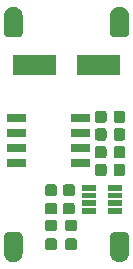
<source format=gbr>
G04 #@! TF.GenerationSoftware,KiCad,Pcbnew,5.1.0-060a0da~80~ubuntu18.04.1*
G04 #@! TF.CreationDate,2019-03-25T17:50:22+01:00*
G04 #@! TF.ProjectId,mav_ovp,6d61765f-6f76-4702-9e6b-696361645f70,rev?*
G04 #@! TF.SameCoordinates,Original*
G04 #@! TF.FileFunction,Soldermask,Top*
G04 #@! TF.FilePolarity,Negative*
%FSLAX46Y46*%
G04 Gerber Fmt 4.6, Leading zero omitted, Abs format (unit mm)*
G04 Created by KiCad (PCBNEW 5.1.0-060a0da~80~ubuntu18.04.1) date 2019-03-25 17:50:22*
%MOMM*%
%LPD*%
G04 APERTURE LIST*
%ADD10C,0.100000*%
G04 APERTURE END LIST*
D10*
G36*
X104988074Y-106257565D02*
G01*
X105060745Y-106279610D01*
X105127715Y-106315406D01*
X105186418Y-106363582D01*
X105234594Y-106422285D01*
X105270390Y-106489255D01*
X105292435Y-106561926D01*
X105300000Y-106638732D01*
X105300000Y-108078793D01*
X105269257Y-108233351D01*
X105208951Y-108378942D01*
X105121401Y-108509970D01*
X105009970Y-108621401D01*
X104878942Y-108708951D01*
X104733351Y-108769257D01*
X104578793Y-108800000D01*
X104421207Y-108800000D01*
X104266649Y-108769257D01*
X104121058Y-108708951D01*
X103990030Y-108621401D01*
X103878599Y-108509970D01*
X103791049Y-108378942D01*
X103730743Y-108233351D01*
X103700000Y-108078793D01*
X103700000Y-106638732D01*
X103707565Y-106561926D01*
X103729610Y-106489255D01*
X103765406Y-106422285D01*
X103813582Y-106363582D01*
X103872285Y-106315406D01*
X103939255Y-106279610D01*
X104011926Y-106257565D01*
X104088732Y-106250000D01*
X104911268Y-106250000D01*
X104988074Y-106257565D01*
X104988074Y-106257565D01*
G37*
G36*
X95988074Y-106257565D02*
G01*
X96060745Y-106279610D01*
X96127715Y-106315406D01*
X96186418Y-106363582D01*
X96234594Y-106422285D01*
X96270390Y-106489255D01*
X96292435Y-106561926D01*
X96300000Y-106638732D01*
X96300000Y-108078793D01*
X96269257Y-108233351D01*
X96208951Y-108378942D01*
X96121401Y-108509970D01*
X96009970Y-108621401D01*
X95878942Y-108708951D01*
X95733351Y-108769257D01*
X95578793Y-108800000D01*
X95421207Y-108800000D01*
X95266649Y-108769257D01*
X95121058Y-108708951D01*
X94990030Y-108621401D01*
X94878599Y-108509970D01*
X94791049Y-108378942D01*
X94730743Y-108233351D01*
X94700000Y-108078793D01*
X94700000Y-106638732D01*
X94707565Y-106561926D01*
X94729610Y-106489255D01*
X94765406Y-106422285D01*
X94813582Y-106363582D01*
X94872285Y-106315406D01*
X94939255Y-106279610D01*
X95011926Y-106257565D01*
X95088732Y-106250000D01*
X95911268Y-106250000D01*
X95988074Y-106257565D01*
X95988074Y-106257565D01*
G37*
G36*
X100738840Y-106804563D02*
G01*
X100782203Y-106817716D01*
X100822159Y-106839074D01*
X100857183Y-106867817D01*
X100885926Y-106902841D01*
X100907284Y-106942797D01*
X100920437Y-106986160D01*
X100925000Y-107032482D01*
X100925000Y-107542518D01*
X100920437Y-107588840D01*
X100907284Y-107632203D01*
X100885926Y-107672159D01*
X100857183Y-107707183D01*
X100822159Y-107735926D01*
X100782203Y-107757284D01*
X100738840Y-107770437D01*
X100692518Y-107775000D01*
X100107482Y-107775000D01*
X100061160Y-107770437D01*
X100017797Y-107757284D01*
X99977841Y-107735926D01*
X99942817Y-107707183D01*
X99914074Y-107672159D01*
X99892716Y-107632203D01*
X99879563Y-107588840D01*
X99875000Y-107542518D01*
X99875000Y-107032482D01*
X99879563Y-106986160D01*
X99892716Y-106942797D01*
X99914074Y-106902841D01*
X99942817Y-106867817D01*
X99977841Y-106839074D01*
X100017797Y-106817716D01*
X100061160Y-106804563D01*
X100107482Y-106800000D01*
X100692518Y-106800000D01*
X100738840Y-106804563D01*
X100738840Y-106804563D01*
G37*
G36*
X99038840Y-106804563D02*
G01*
X99082203Y-106817716D01*
X99122159Y-106839074D01*
X99157183Y-106867817D01*
X99185926Y-106902841D01*
X99207284Y-106942797D01*
X99220437Y-106986160D01*
X99225000Y-107032482D01*
X99225000Y-107542518D01*
X99220437Y-107588840D01*
X99207284Y-107632203D01*
X99185926Y-107672159D01*
X99157183Y-107707183D01*
X99122159Y-107735926D01*
X99082203Y-107757284D01*
X99038840Y-107770437D01*
X98992518Y-107775000D01*
X98407482Y-107775000D01*
X98361160Y-107770437D01*
X98317797Y-107757284D01*
X98277841Y-107735926D01*
X98242817Y-107707183D01*
X98214074Y-107672159D01*
X98192716Y-107632203D01*
X98179563Y-107588840D01*
X98175000Y-107542518D01*
X98175000Y-107032482D01*
X98179563Y-106986160D01*
X98192716Y-106942797D01*
X98214074Y-106902841D01*
X98242817Y-106867817D01*
X98277841Y-106839074D01*
X98317797Y-106817716D01*
X98361160Y-106804563D01*
X98407482Y-106800000D01*
X98992518Y-106800000D01*
X99038840Y-106804563D01*
X99038840Y-106804563D01*
G37*
G36*
X100738840Y-105229563D02*
G01*
X100782203Y-105242716D01*
X100822159Y-105264074D01*
X100857183Y-105292817D01*
X100885926Y-105327841D01*
X100907284Y-105367797D01*
X100920437Y-105411160D01*
X100925000Y-105457482D01*
X100925000Y-105967518D01*
X100920437Y-106013840D01*
X100907284Y-106057203D01*
X100885926Y-106097159D01*
X100857183Y-106132183D01*
X100822159Y-106160926D01*
X100782203Y-106182284D01*
X100738840Y-106195437D01*
X100692518Y-106200000D01*
X100107482Y-106200000D01*
X100061160Y-106195437D01*
X100017797Y-106182284D01*
X99977841Y-106160926D01*
X99942817Y-106132183D01*
X99914074Y-106097159D01*
X99892716Y-106057203D01*
X99879563Y-106013840D01*
X99875000Y-105967518D01*
X99875000Y-105457482D01*
X99879563Y-105411160D01*
X99892716Y-105367797D01*
X99914074Y-105327841D01*
X99942817Y-105292817D01*
X99977841Y-105264074D01*
X100017797Y-105242716D01*
X100061160Y-105229563D01*
X100107482Y-105225000D01*
X100692518Y-105225000D01*
X100738840Y-105229563D01*
X100738840Y-105229563D01*
G37*
G36*
X99038840Y-105229563D02*
G01*
X99082203Y-105242716D01*
X99122159Y-105264074D01*
X99157183Y-105292817D01*
X99185926Y-105327841D01*
X99207284Y-105367797D01*
X99220437Y-105411160D01*
X99225000Y-105457482D01*
X99225000Y-105967518D01*
X99220437Y-106013840D01*
X99207284Y-106057203D01*
X99185926Y-106097159D01*
X99157183Y-106132183D01*
X99122159Y-106160926D01*
X99082203Y-106182284D01*
X99038840Y-106195437D01*
X98992518Y-106200000D01*
X98407482Y-106200000D01*
X98361160Y-106195437D01*
X98317797Y-106182284D01*
X98277841Y-106160926D01*
X98242817Y-106132183D01*
X98214074Y-106097159D01*
X98192716Y-106057203D01*
X98179563Y-106013840D01*
X98175000Y-105967518D01*
X98175000Y-105457482D01*
X98179563Y-105411160D01*
X98192716Y-105367797D01*
X98214074Y-105327841D01*
X98242817Y-105292817D01*
X98277841Y-105264074D01*
X98317797Y-105242716D01*
X98361160Y-105229563D01*
X98407482Y-105225000D01*
X98992518Y-105225000D01*
X99038840Y-105229563D01*
X99038840Y-105229563D01*
G37*
G36*
X100538840Y-103804563D02*
G01*
X100582203Y-103817716D01*
X100622159Y-103839074D01*
X100657183Y-103867817D01*
X100685926Y-103902841D01*
X100707284Y-103942797D01*
X100720437Y-103986160D01*
X100725000Y-104032482D01*
X100725000Y-104542518D01*
X100720437Y-104588840D01*
X100707284Y-104632203D01*
X100685926Y-104672159D01*
X100657183Y-104707183D01*
X100622159Y-104735926D01*
X100582203Y-104757284D01*
X100538840Y-104770437D01*
X100492518Y-104775000D01*
X99907482Y-104775000D01*
X99861160Y-104770437D01*
X99817797Y-104757284D01*
X99777841Y-104735926D01*
X99742817Y-104707183D01*
X99714074Y-104672159D01*
X99692716Y-104632203D01*
X99679563Y-104588840D01*
X99675000Y-104542518D01*
X99675000Y-104032482D01*
X99679563Y-103986160D01*
X99692716Y-103942797D01*
X99714074Y-103902841D01*
X99742817Y-103867817D01*
X99777841Y-103839074D01*
X99817797Y-103817716D01*
X99861160Y-103804563D01*
X99907482Y-103800000D01*
X100492518Y-103800000D01*
X100538840Y-103804563D01*
X100538840Y-103804563D01*
G37*
G36*
X99038840Y-103804563D02*
G01*
X99082203Y-103817716D01*
X99122159Y-103839074D01*
X99157183Y-103867817D01*
X99185926Y-103902841D01*
X99207284Y-103942797D01*
X99220437Y-103986160D01*
X99225000Y-104032482D01*
X99225000Y-104542518D01*
X99220437Y-104588840D01*
X99207284Y-104632203D01*
X99185926Y-104672159D01*
X99157183Y-104707183D01*
X99122159Y-104735926D01*
X99082203Y-104757284D01*
X99038840Y-104770437D01*
X98992518Y-104775000D01*
X98407482Y-104775000D01*
X98361160Y-104770437D01*
X98317797Y-104757284D01*
X98277841Y-104735926D01*
X98242817Y-104707183D01*
X98214074Y-104672159D01*
X98192716Y-104632203D01*
X98179563Y-104588840D01*
X98175000Y-104542518D01*
X98175000Y-104032482D01*
X98179563Y-103986160D01*
X98192716Y-103942797D01*
X98214074Y-103902841D01*
X98242817Y-103867817D01*
X98277841Y-103839074D01*
X98317797Y-103817716D01*
X98361160Y-103804563D01*
X98407482Y-103800000D01*
X98992518Y-103800000D01*
X99038840Y-103804563D01*
X99038840Y-103804563D01*
G37*
G36*
X104680000Y-104730000D02*
G01*
X103520000Y-104730000D01*
X103520000Y-104230000D01*
X104680000Y-104230000D01*
X104680000Y-104730000D01*
X104680000Y-104730000D01*
G37*
G36*
X102480000Y-104730000D02*
G01*
X101320000Y-104730000D01*
X101320000Y-104230000D01*
X102480000Y-104230000D01*
X102480000Y-104730000D01*
X102480000Y-104730000D01*
G37*
G36*
X104680000Y-104080000D02*
G01*
X103520000Y-104080000D01*
X103520000Y-103580000D01*
X104680000Y-103580000D01*
X104680000Y-104080000D01*
X104680000Y-104080000D01*
G37*
G36*
X102480000Y-104080000D02*
G01*
X101320000Y-104080000D01*
X101320000Y-103580000D01*
X102480000Y-103580000D01*
X102480000Y-104080000D01*
X102480000Y-104080000D01*
G37*
G36*
X104680000Y-103420000D02*
G01*
X103520000Y-103420000D01*
X103520000Y-102920000D01*
X104680000Y-102920000D01*
X104680000Y-103420000D01*
X104680000Y-103420000D01*
G37*
G36*
X102480000Y-103420000D02*
G01*
X101320000Y-103420000D01*
X101320000Y-102920000D01*
X102480000Y-102920000D01*
X102480000Y-103420000D01*
X102480000Y-103420000D01*
G37*
G36*
X100538840Y-102229563D02*
G01*
X100582203Y-102242716D01*
X100622159Y-102264074D01*
X100657183Y-102292817D01*
X100685926Y-102327841D01*
X100707284Y-102367797D01*
X100720437Y-102411160D01*
X100725000Y-102457482D01*
X100725000Y-102967518D01*
X100720437Y-103013840D01*
X100707284Y-103057203D01*
X100685926Y-103097159D01*
X100657183Y-103132183D01*
X100622159Y-103160926D01*
X100582203Y-103182284D01*
X100538840Y-103195437D01*
X100492518Y-103200000D01*
X99907482Y-103200000D01*
X99861160Y-103195437D01*
X99817797Y-103182284D01*
X99777841Y-103160926D01*
X99742817Y-103132183D01*
X99714074Y-103097159D01*
X99692716Y-103057203D01*
X99679563Y-103013840D01*
X99675000Y-102967518D01*
X99675000Y-102457482D01*
X99679563Y-102411160D01*
X99692716Y-102367797D01*
X99714074Y-102327841D01*
X99742817Y-102292817D01*
X99777841Y-102264074D01*
X99817797Y-102242716D01*
X99861160Y-102229563D01*
X99907482Y-102225000D01*
X100492518Y-102225000D01*
X100538840Y-102229563D01*
X100538840Y-102229563D01*
G37*
G36*
X99038840Y-102229563D02*
G01*
X99082203Y-102242716D01*
X99122159Y-102264074D01*
X99157183Y-102292817D01*
X99185926Y-102327841D01*
X99207284Y-102367797D01*
X99220437Y-102411160D01*
X99225000Y-102457482D01*
X99225000Y-102967518D01*
X99220437Y-103013840D01*
X99207284Y-103057203D01*
X99185926Y-103097159D01*
X99157183Y-103132183D01*
X99122159Y-103160926D01*
X99082203Y-103182284D01*
X99038840Y-103195437D01*
X98992518Y-103200000D01*
X98407482Y-103200000D01*
X98361160Y-103195437D01*
X98317797Y-103182284D01*
X98277841Y-103160926D01*
X98242817Y-103132183D01*
X98214074Y-103097159D01*
X98192716Y-103057203D01*
X98179563Y-103013840D01*
X98175000Y-102967518D01*
X98175000Y-102457482D01*
X98179563Y-102411160D01*
X98192716Y-102367797D01*
X98214074Y-102327841D01*
X98242817Y-102292817D01*
X98277841Y-102264074D01*
X98317797Y-102242716D01*
X98361160Y-102229563D01*
X98407482Y-102225000D01*
X98992518Y-102225000D01*
X99038840Y-102229563D01*
X99038840Y-102229563D01*
G37*
G36*
X102480000Y-102770000D02*
G01*
X101320000Y-102770000D01*
X101320000Y-102270000D01*
X102480000Y-102270000D01*
X102480000Y-102770000D01*
X102480000Y-102770000D01*
G37*
G36*
X104680000Y-102770000D02*
G01*
X103520000Y-102770000D01*
X103520000Y-102270000D01*
X104680000Y-102270000D01*
X104680000Y-102770000D01*
X104680000Y-102770000D01*
G37*
G36*
X103213840Y-100479563D02*
G01*
X103257203Y-100492716D01*
X103297159Y-100514074D01*
X103332183Y-100542817D01*
X103360926Y-100577841D01*
X103382284Y-100617797D01*
X103395437Y-100661160D01*
X103400000Y-100707482D01*
X103400000Y-101292518D01*
X103395437Y-101338840D01*
X103382284Y-101382203D01*
X103360926Y-101422159D01*
X103332183Y-101457183D01*
X103297159Y-101485926D01*
X103257203Y-101507284D01*
X103213840Y-101520437D01*
X103167518Y-101525000D01*
X102657482Y-101525000D01*
X102611160Y-101520437D01*
X102567797Y-101507284D01*
X102527841Y-101485926D01*
X102492817Y-101457183D01*
X102464074Y-101422159D01*
X102442716Y-101382203D01*
X102429563Y-101338840D01*
X102425000Y-101292518D01*
X102425000Y-100707482D01*
X102429563Y-100661160D01*
X102442716Y-100617797D01*
X102464074Y-100577841D01*
X102492817Y-100542817D01*
X102527841Y-100514074D01*
X102567797Y-100492716D01*
X102611160Y-100479563D01*
X102657482Y-100475000D01*
X103167518Y-100475000D01*
X103213840Y-100479563D01*
X103213840Y-100479563D01*
G37*
G36*
X104788840Y-100479563D02*
G01*
X104832203Y-100492716D01*
X104872159Y-100514074D01*
X104907183Y-100542817D01*
X104935926Y-100577841D01*
X104957284Y-100617797D01*
X104970437Y-100661160D01*
X104975000Y-100707482D01*
X104975000Y-101292518D01*
X104970437Y-101338840D01*
X104957284Y-101382203D01*
X104935926Y-101422159D01*
X104907183Y-101457183D01*
X104872159Y-101485926D01*
X104832203Y-101507284D01*
X104788840Y-101520437D01*
X104742518Y-101525000D01*
X104232482Y-101525000D01*
X104186160Y-101520437D01*
X104142797Y-101507284D01*
X104102841Y-101485926D01*
X104067817Y-101457183D01*
X104039074Y-101422159D01*
X104017716Y-101382203D01*
X104004563Y-101338840D01*
X104000000Y-101292518D01*
X104000000Y-100707482D01*
X104004563Y-100661160D01*
X104017716Y-100617797D01*
X104039074Y-100577841D01*
X104067817Y-100542817D01*
X104102841Y-100514074D01*
X104142797Y-100492716D01*
X104186160Y-100479563D01*
X104232482Y-100475000D01*
X104742518Y-100475000D01*
X104788840Y-100479563D01*
X104788840Y-100479563D01*
G37*
G36*
X102025000Y-100755000D02*
G01*
X100375000Y-100755000D01*
X100375000Y-100055000D01*
X102025000Y-100055000D01*
X102025000Y-100755000D01*
X102025000Y-100755000D01*
G37*
G36*
X96625000Y-100755000D02*
G01*
X94975000Y-100755000D01*
X94975000Y-100055000D01*
X96625000Y-100055000D01*
X96625000Y-100755000D01*
X96625000Y-100755000D01*
G37*
G36*
X103213840Y-98979563D02*
G01*
X103257203Y-98992716D01*
X103297159Y-99014074D01*
X103332183Y-99042817D01*
X103360926Y-99077841D01*
X103382284Y-99117797D01*
X103395437Y-99161160D01*
X103400000Y-99207482D01*
X103400000Y-99792518D01*
X103395437Y-99838840D01*
X103382284Y-99882203D01*
X103360926Y-99922159D01*
X103332183Y-99957183D01*
X103297159Y-99985926D01*
X103257203Y-100007284D01*
X103213840Y-100020437D01*
X103167518Y-100025000D01*
X102657482Y-100025000D01*
X102611160Y-100020437D01*
X102567797Y-100007284D01*
X102527841Y-99985926D01*
X102492817Y-99957183D01*
X102464074Y-99922159D01*
X102442716Y-99882203D01*
X102429563Y-99838840D01*
X102425000Y-99792518D01*
X102425000Y-99207482D01*
X102429563Y-99161160D01*
X102442716Y-99117797D01*
X102464074Y-99077841D01*
X102492817Y-99042817D01*
X102527841Y-99014074D01*
X102567797Y-98992716D01*
X102611160Y-98979563D01*
X102657482Y-98975000D01*
X103167518Y-98975000D01*
X103213840Y-98979563D01*
X103213840Y-98979563D01*
G37*
G36*
X104788840Y-98979563D02*
G01*
X104832203Y-98992716D01*
X104872159Y-99014074D01*
X104907183Y-99042817D01*
X104935926Y-99077841D01*
X104957284Y-99117797D01*
X104970437Y-99161160D01*
X104975000Y-99207482D01*
X104975000Y-99792518D01*
X104970437Y-99838840D01*
X104957284Y-99882203D01*
X104935926Y-99922159D01*
X104907183Y-99957183D01*
X104872159Y-99985926D01*
X104832203Y-100007284D01*
X104788840Y-100020437D01*
X104742518Y-100025000D01*
X104232482Y-100025000D01*
X104186160Y-100020437D01*
X104142797Y-100007284D01*
X104102841Y-99985926D01*
X104067817Y-99957183D01*
X104039074Y-99922159D01*
X104017716Y-99882203D01*
X104004563Y-99838840D01*
X104000000Y-99792518D01*
X104000000Y-99207482D01*
X104004563Y-99161160D01*
X104017716Y-99117797D01*
X104039074Y-99077841D01*
X104067817Y-99042817D01*
X104102841Y-99014074D01*
X104142797Y-98992716D01*
X104186160Y-98979563D01*
X104232482Y-98975000D01*
X104742518Y-98975000D01*
X104788840Y-98979563D01*
X104788840Y-98979563D01*
G37*
G36*
X96625000Y-99485000D02*
G01*
X94975000Y-99485000D01*
X94975000Y-98785000D01*
X96625000Y-98785000D01*
X96625000Y-99485000D01*
X96625000Y-99485000D01*
G37*
G36*
X102025000Y-99485000D02*
G01*
X100375000Y-99485000D01*
X100375000Y-98785000D01*
X102025000Y-98785000D01*
X102025000Y-99485000D01*
X102025000Y-99485000D01*
G37*
G36*
X104788840Y-97479563D02*
G01*
X104832203Y-97492716D01*
X104872159Y-97514074D01*
X104907183Y-97542817D01*
X104935926Y-97577841D01*
X104957284Y-97617797D01*
X104970437Y-97661160D01*
X104975000Y-97707482D01*
X104975000Y-98292518D01*
X104970437Y-98338840D01*
X104957284Y-98382203D01*
X104935926Y-98422159D01*
X104907183Y-98457183D01*
X104872159Y-98485926D01*
X104832203Y-98507284D01*
X104788840Y-98520437D01*
X104742518Y-98525000D01*
X104232482Y-98525000D01*
X104186160Y-98520437D01*
X104142797Y-98507284D01*
X104102841Y-98485926D01*
X104067817Y-98457183D01*
X104039074Y-98422159D01*
X104017716Y-98382203D01*
X104004563Y-98338840D01*
X104000000Y-98292518D01*
X104000000Y-97707482D01*
X104004563Y-97661160D01*
X104017716Y-97617797D01*
X104039074Y-97577841D01*
X104067817Y-97542817D01*
X104102841Y-97514074D01*
X104142797Y-97492716D01*
X104186160Y-97479563D01*
X104232482Y-97475000D01*
X104742518Y-97475000D01*
X104788840Y-97479563D01*
X104788840Y-97479563D01*
G37*
G36*
X103213840Y-97479563D02*
G01*
X103257203Y-97492716D01*
X103297159Y-97514074D01*
X103332183Y-97542817D01*
X103360926Y-97577841D01*
X103382284Y-97617797D01*
X103395437Y-97661160D01*
X103400000Y-97707482D01*
X103400000Y-98292518D01*
X103395437Y-98338840D01*
X103382284Y-98382203D01*
X103360926Y-98422159D01*
X103332183Y-98457183D01*
X103297159Y-98485926D01*
X103257203Y-98507284D01*
X103213840Y-98520437D01*
X103167518Y-98525000D01*
X102657482Y-98525000D01*
X102611160Y-98520437D01*
X102567797Y-98507284D01*
X102527841Y-98485926D01*
X102492817Y-98457183D01*
X102464074Y-98422159D01*
X102442716Y-98382203D01*
X102429563Y-98338840D01*
X102425000Y-98292518D01*
X102425000Y-97707482D01*
X102429563Y-97661160D01*
X102442716Y-97617797D01*
X102464074Y-97577841D01*
X102492817Y-97542817D01*
X102527841Y-97514074D01*
X102567797Y-97492716D01*
X102611160Y-97479563D01*
X102657482Y-97475000D01*
X103167518Y-97475000D01*
X103213840Y-97479563D01*
X103213840Y-97479563D01*
G37*
G36*
X102025000Y-98215000D02*
G01*
X100375000Y-98215000D01*
X100375000Y-97515000D01*
X102025000Y-97515000D01*
X102025000Y-98215000D01*
X102025000Y-98215000D01*
G37*
G36*
X96625000Y-98215000D02*
G01*
X94975000Y-98215000D01*
X94975000Y-97515000D01*
X96625000Y-97515000D01*
X96625000Y-98215000D01*
X96625000Y-98215000D01*
G37*
G36*
X103213840Y-95979563D02*
G01*
X103257203Y-95992716D01*
X103297159Y-96014074D01*
X103332183Y-96042817D01*
X103360926Y-96077841D01*
X103382284Y-96117797D01*
X103395437Y-96161160D01*
X103400000Y-96207482D01*
X103400000Y-96792518D01*
X103395437Y-96838840D01*
X103382284Y-96882203D01*
X103360926Y-96922159D01*
X103332183Y-96957183D01*
X103297159Y-96985926D01*
X103257203Y-97007284D01*
X103213840Y-97020437D01*
X103167518Y-97025000D01*
X102657482Y-97025000D01*
X102611160Y-97020437D01*
X102567797Y-97007284D01*
X102527841Y-96985926D01*
X102492817Y-96957183D01*
X102464074Y-96922159D01*
X102442716Y-96882203D01*
X102429563Y-96838840D01*
X102425000Y-96792518D01*
X102425000Y-96207482D01*
X102429563Y-96161160D01*
X102442716Y-96117797D01*
X102464074Y-96077841D01*
X102492817Y-96042817D01*
X102527841Y-96014074D01*
X102567797Y-95992716D01*
X102611160Y-95979563D01*
X102657482Y-95975000D01*
X103167518Y-95975000D01*
X103213840Y-95979563D01*
X103213840Y-95979563D01*
G37*
G36*
X104788840Y-95979563D02*
G01*
X104832203Y-95992716D01*
X104872159Y-96014074D01*
X104907183Y-96042817D01*
X104935926Y-96077841D01*
X104957284Y-96117797D01*
X104970437Y-96161160D01*
X104975000Y-96207482D01*
X104975000Y-96792518D01*
X104970437Y-96838840D01*
X104957284Y-96882203D01*
X104935926Y-96922159D01*
X104907183Y-96957183D01*
X104872159Y-96985926D01*
X104832203Y-97007284D01*
X104788840Y-97020437D01*
X104742518Y-97025000D01*
X104232482Y-97025000D01*
X104186160Y-97020437D01*
X104142797Y-97007284D01*
X104102841Y-96985926D01*
X104067817Y-96957183D01*
X104039074Y-96922159D01*
X104017716Y-96882203D01*
X104004563Y-96838840D01*
X104000000Y-96792518D01*
X104000000Y-96207482D01*
X104004563Y-96161160D01*
X104017716Y-96117797D01*
X104039074Y-96077841D01*
X104067817Y-96042817D01*
X104102841Y-96014074D01*
X104142797Y-95992716D01*
X104186160Y-95979563D01*
X104232482Y-95975000D01*
X104742518Y-95975000D01*
X104788840Y-95979563D01*
X104788840Y-95979563D01*
G37*
G36*
X102025000Y-96945000D02*
G01*
X100375000Y-96945000D01*
X100375000Y-96245000D01*
X102025000Y-96245000D01*
X102025000Y-96945000D01*
X102025000Y-96945000D01*
G37*
G36*
X96625000Y-96945000D02*
G01*
X94975000Y-96945000D01*
X94975000Y-96245000D01*
X96625000Y-96245000D01*
X96625000Y-96945000D01*
X96625000Y-96945000D01*
G37*
G36*
X104500000Y-92950000D02*
G01*
X100900000Y-92950000D01*
X100900000Y-91250000D01*
X104500000Y-91250000D01*
X104500000Y-92950000D01*
X104500000Y-92950000D01*
G37*
G36*
X99100000Y-92950000D02*
G01*
X95500000Y-92950000D01*
X95500000Y-91250000D01*
X99100000Y-91250000D01*
X99100000Y-92950000D01*
X99100000Y-92950000D01*
G37*
G36*
X95733351Y-87230743D02*
G01*
X95878942Y-87291049D01*
X96009970Y-87378599D01*
X96121401Y-87490030D01*
X96208951Y-87621058D01*
X96269257Y-87766649D01*
X96295170Y-87896927D01*
X96300000Y-87921209D01*
X96300000Y-89361268D01*
X96292435Y-89438074D01*
X96270390Y-89510745D01*
X96234594Y-89577715D01*
X96186418Y-89636418D01*
X96127715Y-89684594D01*
X96060745Y-89720390D01*
X95988074Y-89742435D01*
X95911268Y-89750000D01*
X95088732Y-89750000D01*
X95011926Y-89742435D01*
X94939255Y-89720390D01*
X94872285Y-89684594D01*
X94813582Y-89636418D01*
X94765406Y-89577715D01*
X94729610Y-89510745D01*
X94707565Y-89438074D01*
X94700000Y-89361268D01*
X94700000Y-87921209D01*
X94704830Y-87896927D01*
X94730743Y-87766649D01*
X94791049Y-87621058D01*
X94878599Y-87490030D01*
X94990030Y-87378599D01*
X95121058Y-87291049D01*
X95266649Y-87230743D01*
X95421207Y-87200000D01*
X95578793Y-87200000D01*
X95733351Y-87230743D01*
X95733351Y-87230743D01*
G37*
G36*
X104733351Y-87230743D02*
G01*
X104878942Y-87291049D01*
X105009970Y-87378599D01*
X105121401Y-87490030D01*
X105208951Y-87621058D01*
X105269257Y-87766649D01*
X105295170Y-87896927D01*
X105300000Y-87921209D01*
X105300000Y-89361268D01*
X105292435Y-89438074D01*
X105270390Y-89510745D01*
X105234594Y-89577715D01*
X105186418Y-89636418D01*
X105127715Y-89684594D01*
X105060745Y-89720390D01*
X104988074Y-89742435D01*
X104911268Y-89750000D01*
X104088732Y-89750000D01*
X104011926Y-89742435D01*
X103939255Y-89720390D01*
X103872285Y-89684594D01*
X103813582Y-89636418D01*
X103765406Y-89577715D01*
X103729610Y-89510745D01*
X103707565Y-89438074D01*
X103700000Y-89361268D01*
X103700000Y-87921209D01*
X103704830Y-87896927D01*
X103730743Y-87766649D01*
X103791049Y-87621058D01*
X103878599Y-87490030D01*
X103990030Y-87378599D01*
X104121058Y-87291049D01*
X104266649Y-87230743D01*
X104421207Y-87200000D01*
X104578793Y-87200000D01*
X104733351Y-87230743D01*
X104733351Y-87230743D01*
G37*
M02*

</source>
